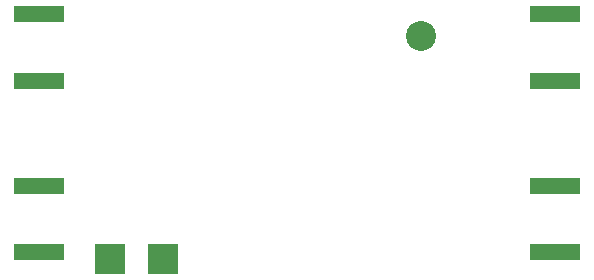
<source format=gbr>
%TF.GenerationSoftware,KiCad,Pcbnew,7.0.1*%
%TF.CreationDate,2023-06-23T15:29:10-04:00*%
%TF.ProjectId,reference-25mhz,72656665-7265-46e6-9365-2d32356d687a,rev?*%
%TF.SameCoordinates,Original*%
%TF.FileFunction,Soldermask,Bot*%
%TF.FilePolarity,Negative*%
%FSLAX46Y46*%
G04 Gerber Fmt 4.6, Leading zero omitted, Abs format (unit mm)*
G04 Created by KiCad (PCBNEW 7.0.1) date 2023-06-23 15:29:10*
%MOMM*%
%LPD*%
G01*
G04 APERTURE LIST*
%ADD10R,4.200000X1.350000*%
%ADD11C,2.540000*%
%ADD12R,2.500000X2.500000*%
G04 APERTURE END LIST*
D10*
%TO.C,J1*%
X74662500Y-122675000D03*
X74662500Y-128325000D03*
%TD*%
%TO.C,J5*%
X118337500Y-142825000D03*
X118337500Y-137175000D03*
%TD*%
D11*
%TO.C,U1*%
X106967800Y-124500000D03*
%TD*%
D10*
%TO.C,J2*%
X74662500Y-137175000D03*
X74662500Y-142825000D03*
%TD*%
D12*
%TO.C,TP2*%
X80650000Y-143350000D03*
%TD*%
%TO.C,TP1*%
X85200000Y-143350000D03*
%TD*%
D10*
%TO.C,J4*%
X118337500Y-128325000D03*
X118337500Y-122675000D03*
%TD*%
M02*

</source>
